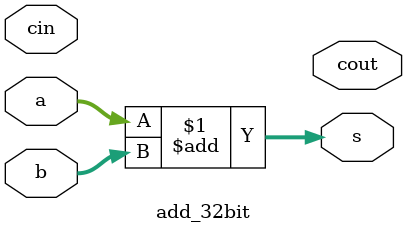
<source format=v>
`timescale 1ns / 1ps


module mul16(
	input[15:0] x,
	input[15:0] y,
	output[31:0] result
    );



	wire[7:0] c_16bit;
	wire[31:0] p [7:0];//共使用8个booth编码器，每个booth编码器都要输出32位的p
	wire[31:0] x_symbol_extension;
	wire[5:0] c_temp[31:0];
	wire[31:0] C;
	wire[31:0] S;
	assign x_symbol_extension = {{16{x[15]}}, x};


	booth_encoder b0 (.x(x_symbol_extension), .y({y[ 1], y[ 0], 1'b0 }), .p(p[ 0]), .c(c_16bit[ 0]));

	booth_encoder b1(.x(x_symbol_extension << 2), .y({y[3], y[2], y[1]}), .p(p[1]), .c(c_16bit[1]));
	booth_encoder b2(.x(x_symbol_extension << 4), .y({y[5], y[4], y[3]}), .p(p[2]), .c(c_16bit[2]));
	booth_encoder b3(.x(x_symbol_extension << 6), .y({y[7], y[6], y[5]}), .p(p[3]), .c(c_16bit[3]));
	booth_encoder b4(.x(x_symbol_extension << 8), .y({y[9], y[8], y[7]}), .p(p[4]), .c(c_16bit[4]));
	booth_encoder b5(.x(x_symbol_extension << 10), .y({y[11], y[10], y[9]}), .p(p[5]), .c(c_16bit[5]));
	booth_encoder b6(.x(x_symbol_extension << 12), .y({y[13], y[12], y[11]}), .p(p[6]), .c(c_16bit[6]));
	booth_encoder b7(.x(x_symbol_extension << 14), .y({y[15], y[14], y[13]}), .p(p[7]), .c(c_16bit[7]));
	



	wallace_elem w0(.n({p[7][0], p[6][0], p[5][0], p[4][0], p[3][0], p[2][0], p[1][0], p[0][0]}), 
		.cin(c_16bit[5:0]), .cout(c_temp[0]), .C(C[0]), .S(S[0]));
	
	generate
		genvar j;
		for (j = 1; j < 32; j = j+1)
		begin:wallace
			wallace_elem w(.n({p[7][j], p[6][j], p[5][j], p[4][j], p[3][j], p[2][j], p[1][j], p[0][j]}), 
				.cin(c_temp[j - 1]), .cout(c_temp[j]), .C(C[j]), .S(S[j]));
		end
	endgenerate

	add_32bit a1(.a(S), .b({C[30:0], c_16bit[6]}), .cin(c_16bit[7]), .s(result));

endmodule

module add_32bit(
	input[31:0] a,
	input[31:0] b,
	input cin,
	output[31:0] s,
	output cout
	);
	assign s = a+b;

endmodule


	/*generate
		genvar i;
		for(i = 1; i < 8; i = i + 1)
		begin:encoder
			booth_encoder e(.x(x_symbol_extension), .y({y[2*i+1], y[2*i], y[2*i-1]}), .p(p[i]), .c(c_16bit[i]));
			
		end
	endgenerate*/
</source>
